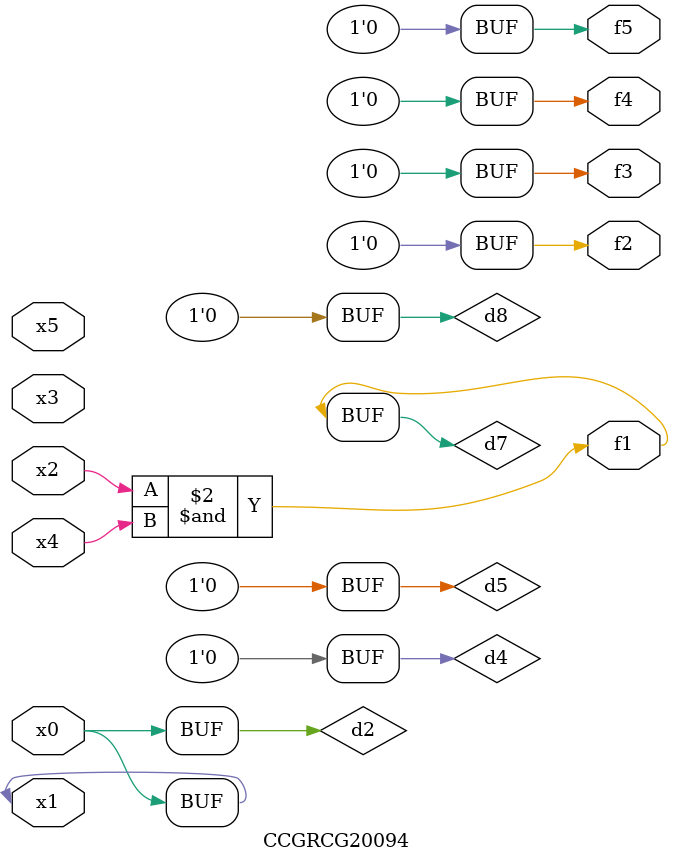
<source format=v>
module CCGRCG20094(
	input x0, x1, x2, x3, x4, x5,
	output f1, f2, f3, f4, f5
);

	wire d1, d2, d3, d4, d5, d6, d7, d8, d9;

	nand (d1, x1);
	buf (d2, x0, x1);
	nand (d3, x2, x4);
	and (d4, d1, d2);
	and (d5, d1, d2);
	nand (d6, d1, d3);
	not (d7, d3);
	xor (d8, d5);
	nor (d9, d5, d6);
	assign f1 = d7;
	assign f2 = d8;
	assign f3 = d8;
	assign f4 = d8;
	assign f5 = d8;
endmodule

</source>
